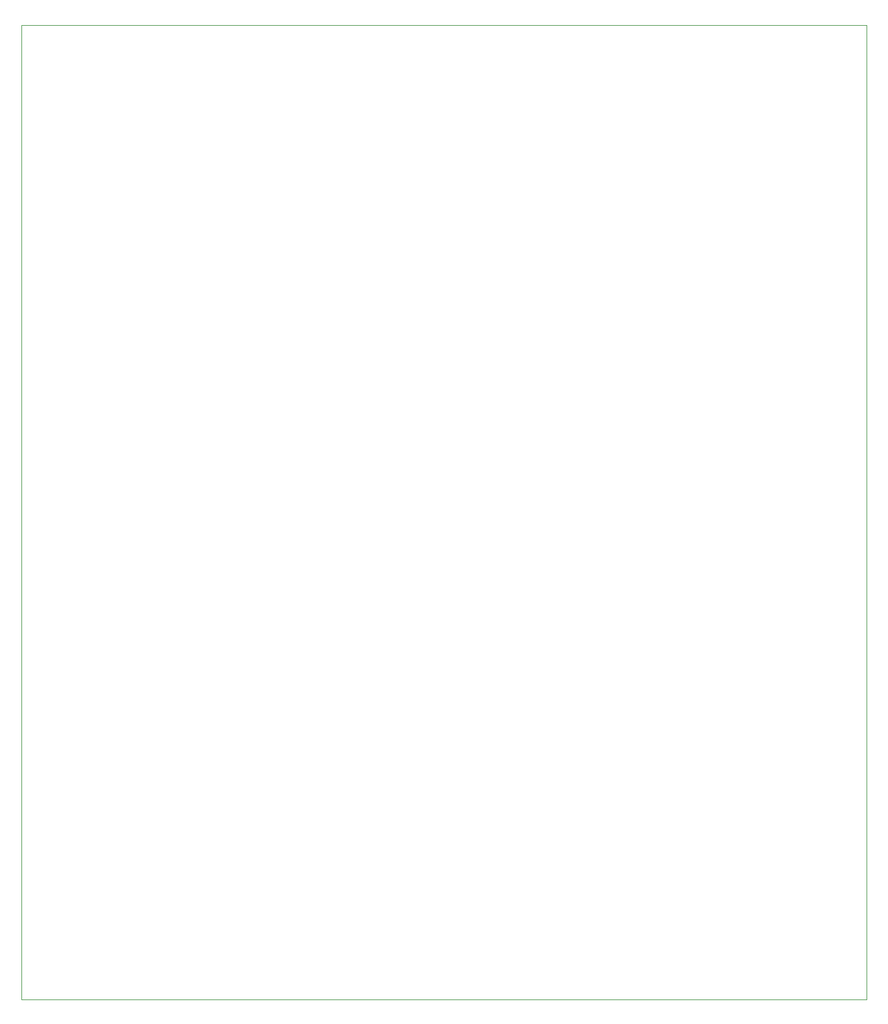
<source format=gbr>
%TF.GenerationSoftware,KiCad,Pcbnew,(6.0.11)*%
%TF.CreationDate,2023-03-18T13:52:01-05:00*%
%TF.ProjectId,HIDPanel,48494450-616e-4656-9c2e-6b696361645f,rev?*%
%TF.SameCoordinates,Original*%
%TF.FileFunction,Profile,NP*%
%FSLAX46Y46*%
G04 Gerber Fmt 4.6, Leading zero omitted, Abs format (unit mm)*
G04 Created by KiCad (PCBNEW (6.0.11)) date 2023-03-18 13:52:01*
%MOMM*%
%LPD*%
G01*
G04 APERTURE LIST*
%TA.AperFunction,Profile*%
%ADD10C,0.100000*%
%TD*%
G04 APERTURE END LIST*
D10*
X86360000Y-152400000D02*
X86360000Y-17780000D01*
X203200000Y-17780000D02*
X203200000Y-152400000D01*
X203200000Y-152400000D02*
X86360000Y-152400000D01*
X86360000Y-17780000D02*
X203200000Y-17780000D01*
M02*

</source>
